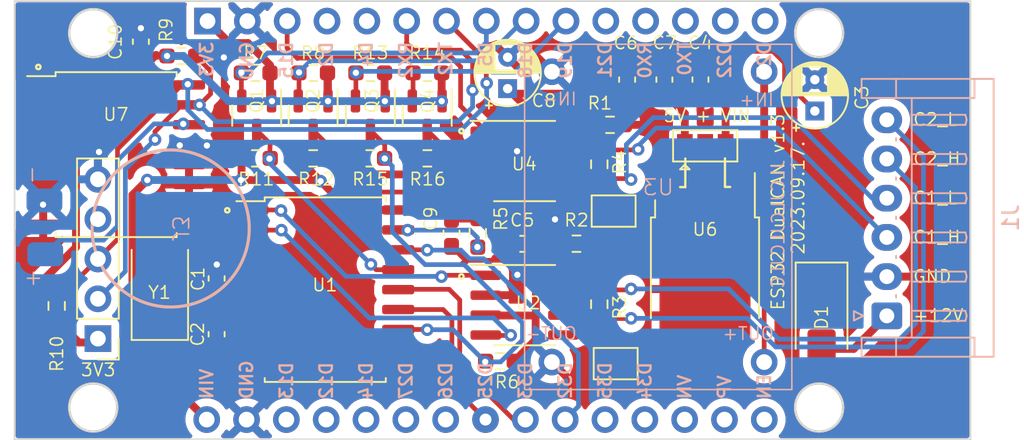
<source format=kicad_pcb>
(kicad_pcb (version 20221018) (generator pcbnew)
  (layers (0 "F.Cu" signal) (31 "B.Cu" signal) (34 "B.Paste" user) (35 "F.Paste" user) (36 "B.SilkS" user "B.Silkscreen") (37 "F.SilkS" user "F.Silkscreen") (38 "B.Mask" user) (39 "F.Mask" user) (44 "Edge.Cuts" user))
  (net 0 "")
  (net 1 "GNDD")
  (net 2 "Net-(U1-OSC2)")
  (net 3 "Net-(U1-OSC1)")
  (net 4 "5V")
  (net 5 "/MOSI")
  (net 6 "/SCK")
  (net 7 "/MISO")
  (net 8 "/+12V")
  (net 9 "/3V3")
  (net 10 "/CAN_TX")
  (net 11 "/CAN_RX")
  (net 12 "/IRQ")
  (net 13 "/+12V_D")
  (net 14 "/MISO_R")
  (net 15 "/CAN_RX_R")
  (net 16 "/IRQ_R")
  (net 17 "/CAN2_L")
  (net 18 "/CAN2_H")
  (net 19 "/CAN1_L")
  (net 20 "/CAN1_H")
  (net 21 "Net-(U1-~{RESET})")
  (net 22 "/CS_CAN")
  (net 25 "/TX2")
  (net 26 "/RX2")
  (net 31 "Net-(U1-RXCAN)")
  (net 32 "Net-(U1-TXCAN)")
  (net 50 "Net-(Q4-S)")
  (net 51 "Net-(Q4-D)")
  (net 52 "Net-(JP1-B)")
  (net 53 "Net-(JP2-B)")
  (net 54 "Net-(U4-Rs)")
  (net 55 "Net-(U2-Rs)")
  (net 56 "/VOUT")
  (net 57 "/VIN")
  (net 60 "/VBAT")
  (footprint "Capacitor_SMD:C_0603_1608Metric_Pad1.08x0.95mm_HandSolder" (layer "F.Cu") (at 129.47 133.5065 90)
    (fp_text reference "C1")
    (fp_text value "22pF")
  )
  (footprint "Capacitor_SMD:C_0603_1608Metric_Pad1.08x0.95mm_HandSolder" (layer "F.Cu") (at 129.47 137.0625 -90)
    (fp_text reference "C2")
    (fp_text value "22pF")
  )
  (footprint "Capacitor_THT:CP_Radial_D4.0mm_P2.00mm" (layer "F.Cu") (at 167.62 122.83 90)
    (fp_text reference "C3")
    (fp_text value "330nF")
  )
  (footprint "Capacitor_SMD:C_0603_1608Metric_Pad1.08x0.95mm_HandSolder" (layer "F.Cu") (at 160.325 120.825 90)
    (fp_text reference "C4")
    (fp_text value "100nF")
  )
  (footprint "Capacitor_SMD:C_0603_1608Metric_Pad1.08x0.95mm_HandSolder" (layer "F.Cu") (at 148.973 131.299)
    (fp_text reference "C5")
    (fp_text value "100nF")
  )
  (footprint "Capacitor_SMD:C_0603_1608Metric_Pad1.08x0.95mm_HandSolder" (layer "F.Cu") (at 155.65 120.825 -90)
    (fp_text reference "C6")
    (fp_text value "100nF")
  )
  (footprint "Capacitor_SMD:C_0603_1608Metric_Pad1.08x0.95mm_HandSolder" (layer "F.Cu") (at 158.025 120.825 -90)
    (fp_text reference "C7")
    (fp_text value "100nF")
  )
  (footprint "Capacitor_THT:CP_Radial_D4.0mm_P2.00mm" (layer "F.Cu") (at 148.03 121.4026 90)
    (fp_text reference "C8")
    (fp_text value "100nF")
  )
  (footprint "Resistor_SMD:R_0603_1608Metric_Pad0.98x0.95mm_HandSolder" (layer "F.Cu") (at 153.875 135.15 -90)
    (fp_text reference "R3")
    (fp_text value "120")
  )
  (footprint "Resistor_SMD:R_0603_1608Metric_Pad0.98x0.95mm_HandSolder" (layer "F.Cu") (at 153.875 126.225 -90)
    (fp_text reference "R4")
    (fp_text value "120")
  )
  (footprint "Resistor_SMD:R_0603_1608Metric_Pad0.98x0.95mm_HandSolder" (layer "F.Cu") (at 131.9625 120.3975 180)
    (fp_text reference "R7")
    (fp_text value "10K")
  )
  (footprint "Resistor_SMD:R_0603_1608Metric_Pad0.98x0.95mm_HandSolder" (layer "F.Cu") (at 135.628666 120.3975 180)
    (fp_text reference "R8")
    (fp_text value "10K")
  )
  (footprint "Resistor_SMD:R_0603_1608Metric_Pad0.98x0.95mm_HandSolder" (layer "F.Cu") (at 135.628666 125.8475)
    (fp_text reference "R12")
    (fp_text value "10K")
  )
  (footprint "Resistor_SMD:R_0603_1608Metric_Pad0.98x0.95mm_HandSolder" (layer "F.Cu") (at 139.269332 120.3975 180)
    (fp_text reference "R13")
    (fp_text value "10K")
  )
  (footprint "Resistor_SMD:R_0603_1608Metric_Pad0.98x0.95mm_HandSolder" (layer "F.Cu") (at 142.91 120.3975 180)
    (fp_text reference "R14")
    (fp_text value "10K")
  )
  (footprint "Resistor_SMD:R_0603_1608Metric_Pad0.98x0.95mm_HandSolder" (layer "F.Cu") (at 139.269332 125.8475)
    (fp_text reference "R15")
    (fp_text value "10K")
  )
  (footprint "Resistor_SMD:R_0603_1608Metric_Pad0.98x0.95mm_HandSolder" (layer "F.Cu") (at 142.91 125.8475)
    (fp_text reference "R16")
    (fp_text value "10K")
  )
  (footprint "Capacitor_SMD:C_0603_1608Metric_Pad1.08x0.95mm_HandSolder" (layer "F.Cu") (at 144.45 130.6 90)
    (fp_text reference "C9")
    (fp_text value "100nF")
  )
  (footprint "Resistor_SMD:R_0603_1608Metric_Pad0.98x0.95mm_HandSolder" (layer "F.Cu") (at 146.125 130.6 90)
    (fp_text reference "R5")
    (fp_text value "10K")
  )
  (footprint "Resistor_SMD:R_0603_1608Metric_Pad0.98x0.95mm_HandSolder" (layer "F.Cu") (at 147.54 138.78)
    (fp_text reference "R6")
    (fp_text value "10K")
  )
  (footprint "Package_TO_SOT_SMD:SOT-23" (layer "F.Cu") (at 135.625 123.1225 -90)
    (fp_text reference "Q2")
    (fp_text value "BSS138")
  )
  (footprint "Capacitor_SMD:C_0603_1608Metric_Pad1.08x0.95mm_HandSolder" (layer "F.Cu") (at 124.64 118.41 -90)
    (fp_text reference "C10")
    (fp_text value "100nF")
  )
  (footprint "Resistor_SMD:R_0603_1608Metric_Pad0.98x0.95mm_HandSolder" (layer "F.Cu") (at 152.42 131.29)
    (fp_text reference "R2")
    (fp_text value "10K")
  )
  (footprint "Diode_SMD:D_SMA" (layer "F.Cu") (at 168.05 136 -90)
    (fp_text reference "D1")
    (fp_text value "US1A")
  )
  (footprint "Package_SO:SOIC-8_3.9x4.9mm_P1.27mm" (layer "F.Cu") (at 149.11 126.02)
    (fp_text reference "U4")
    (fp_text value "MCP2551-I-SN")
  )
  (footprint "Jumper:SolderJumper-2_P1.3mm_Open_Pad1.0x1.5mm" (layer "F.Cu") (at 154.92 138.94)
    (fp_text reference "JP2" hide)
    (fp_text value "SolderJumper_2_Open")
  )
  (footprint "Connector_PinHeader_2.54mm:PinHeader_1x05_P2.54mm_Vertical" (layer "F.Cu") (at 121.9 137.345 180)
    (fp_text reference "J2" hide)
    (fp_text value "Conn_01x05_Pin")
  )
  (footprint "Package_SO:SOIC-16W_7.5x10.3mm_P1.27mm" (layer "F.Cu") (at 123.06 125.61)
    (fp_text reference "U7")
    (fp_text value "DS3231M")
  )
  (footprint "Package_TO_SOT_SMD:SOT-23" (layer "F.Cu") (at 139.275 123.1225 -90)
    (fp_text reference "Q3")
    (fp_text value "BSS138")
  )
  (footprint "Crystal:Crystal_SMD_5032-2Pin_5.0x3.2mm" (layer "F.Cu") (at 125.85 134.38 90)
    (fp_text reference "Y1")
    (fp_text value "8MHz")
  )
  (footprint "Package_TO_SOT_SMD:SOT-23" (layer "F.Cu") (at 132.025 123.1225 -90)
    (fp_text reference "Q1")
    (fp_text value "BSS138")
  )
  (footprint "Jumper:SolderJumper-2_P1.3mm_Open_Pad1.0x1.5mm" (layer "F.Cu") (at 154.79 129.21 180)
    (fp_text reference "JP1" hide)
    (fp_text value "SolderJumper_2_Open")
  )
  (footprint "Package_SO:SOIC-18W_7.5x11.6mm_P1.27mm" (layer "F.Cu") (at 136.4 134.22)
    (fp_text reference "U1")
    (fp_text value "MCP2515-xSO")
  )
  (footprint "Resistor_SMD:R_0603_1608Metric_Pad0.98x0.95mm_HandSolder" (layer "F.Cu") (at 131.975 125.8475)
    (fp_text reference "R11")
    (fp_text value "10K")
  )
  (footprint "Resistor_SMD:R_0603_1608Metric_Pad0.98x0.95mm_HandSolder" (layer "F.Cu") (at 119.27 135.26 90)
    (fp_text reference "R10")
    (fp_text value "4.7K")
  )
  (footprint "Package_SO:SOIC-8_3.9x4.9mm_P1.27mm" (layer "F.Cu") (at 149.11 135.21)
    (fp_text reference "U2")
    (fp_text value "MCP2551-I-SN")
  )
  (footprint "Jumper:SolderJumper-3_P1.3mm_Open_Pad1.0x1.5mm" (layer "F.Cu") (at 160.63 125.0475)
    (fp_text reference "JP5" hide)
    (fp_text value "SolderJumper_3_Open")
  )
  (footprint "Resistor_SMD:R_0603_1608Metric_Pad0.98x0.95mm_HandSolder" (layer "F.Cu") (at 154.56 123.71 180)
    (fp_text reference "R1")
    (fp_text value "10K")
  )
  (footprint "Package_TO_SOT_SMD:SOT-23" (layer "F.Cu") (at 142.9 123.1225 -90)
    (fp_text reference "Q4")
    (fp_text value "BSS138")
  )
  (footprint "Package_TO_SOT_SMD:TO-252-2" (layer "F.Cu") (at 160.615 132.925 -90)
    (fp_text reference "U6")
    (fp_text value "L7805")
  )
  (footprint "Resistor_SMD:R_0603_1608Metric_Pad0.98x0.95mm_HandSolder" (layer "F.Cu") (at 127.22 119.32)
    (fp_text reference "R9")
    (fp_text value "4.7K")
  )
  (footprint "Connector_JST:JST_EH_S6B-EH_1x06_P2.50mm_Horizontal" (layer "B.Cu") (at 172.212 135.89 90)
    (fp_text reference "J1")
    (fp_text value "Conn_01x06_Male")
  )
  (footprint "PSACANBridgeHW_v13:ESP32_shield" (layer "B.Cu") (at 147.6352 128.524 90)
    (fp_text reference "U5" hide)
    (fp_text value "ESP32")
  )
  (footprint "PSACANBridgeHW_v13:StepDown_MP1584_shield" (layer "B.Cu") (at 157.6336 128.1974 180)
    (fp_text reference "U3")
    (fp_text value "~")
  )
  (footprint "DS3231_BatteryHolder:DS3231_BatteryHolder" (layer "B.Cu") (at 126.6434 130.340568 90)
    (fp_text reference "J3")
    (fp_text value "Conn_01x02_Pin")
  )
  (gr_line (start 161.89 125.85) (end 161.89 127.67) (stroke (width 0.15)) (layer "F.SilkS"))
  (gr_line (start 159.36 127.68) (end 159.03 127.68) (stroke (width 0.15)) (layer "F.SilkS"))
  (gr_circle (center 145.081076 124.11) (end 145.011076 123.99) (stroke (width 0.15)) (fill none) (layer "F.SilkS"))
  (gr_circle (center 118.1 120.02) (end 118.03 119.9) (stroke (width 0.15)) (fill none) (layer "F.SilkS"))
  (gr_circle (center 130.15 129.16) (end 130.08 129.04) (stroke (width 0.15)) (fill none) (layer "F.SilkS"))
  (gr_line (start 159.36 125.86) (end 159.36 127.68) (stroke (width 0.15)) (layer "F.SilkS"))
  (gr_circle (center 145.081076 133.38) (end 145.011076 133.26) (stroke (width 0.15)) (fill none) (layer "F.SilkS"))
  (gr_line (start 161.89 127.67) (end 162.22 127.67) (stroke (width 0.15)) (layer "F.SilkS"))
  (gr_circle (center 121.6 141.737282) (end 122.616 142.880282) (stroke (width 0.15)) (fill none) (layer "Edge.Cuts"))
  (gr_circle (center 167.894 141.737282) (end 168.91 142.880282) (stroke (width 0.15)) (fill none) (layer "Edge.Cuts"))
  (gr_circle (center 167.894 117.856) (end 168.91 118.999) (stroke (width 0.15)) (fill none) (layer "Edge.Cuts"))
  (gr_line (start 177.546 115.824) (end 177.546 143.764) (stroke (width 0.1)) (layer "Edge.Cuts"))
  (gr_line (start 177.546 143.764) (end 116.586 143.764) (stroke (width 0.1)) (layer "Edge.Cuts"))
  (gr_line (start 116.586 115.824) (end 177.546 115.824) (stroke (width 0.1)) (layer "Edge.Cuts"))
  (gr_circle (center 121.6 117.861282) (end 122.616 119.004282) (stroke (width 0.15)) (fill none) (layer "Edge.Cuts"))
  (gr_line (start 116.586 143.764) (end 116.586 115.824) (stroke (width 0.1)) (layer "Edge.Cuts"))
  (gr_text "JLCJLCJLCJLC" (at 165.28 130.04 90) (layer "B.SilkS") (effects (font (size 0.8 0.8) (thickness 0.1)) (justify mirror)))
  (gr_text "C2_H" (at 175.4 125.875) (layer "F.SilkS") (effects (font (size 0.8 0.8) (thickness 0.1))))
  (gr_text "C1_L" (at 175.304762 128.3769) (layer "F.SilkS") (effects (font (size 0.8 0.8) (thickness 0.1))))
  (gr_text "C1_H" (at 175.4 130.8788) (layer "F.SilkS") (effects (font (size 0.8 0.8) (thickness 0.1))))
  (gr_text "GND" (at 175.114285 133.3807) (layer "F.SilkS") (effects (font (size 0.8 0.8) (thickness 0.1))))
  (gr_text "+12V" (at 175.495238 135.8826) (layer "F.SilkS") (effects (font (size 0.8 0.8) (thickness 0.1))))
  (gr_text "3V3" (at 120.75 139.81) (layer "F.SilkS") (effects (font (size 0.8 0.8) (thickness 0.1)) (justify left bottom)))
  (gr_text "ESP32 DualCAN v1.3\n   2023.09.17." (at 165.91 129.27 90) (layer "F.SilkS") (effects (font (size 0.8 0.8) (thickness 0.1))))
  (gr_text "C2_L" (at 175.304762 123.3731) (layer "F.SilkS") (effects (font (size 0.8 0.8) (thickness 0.1))))
  (gr_text "5V + VIN" (at 157.9 123.6) (layer "F.SilkS") (effects (font (size 0.8 0.8) (thickness 0.1)) (justify left bottom)))
  (segment (start 147.0595 132.35) (end 148.1105 131.299) (width 0.3) (layer "F.Cu") (net 1))
  (segment (start 144.45 131.4625) (end 145.3375 132.35) (width 0.3) (layer "F.Cu") (net 1))
  (segment (start 145.3375 132.35) (end 147.0595 132.35) (width 0.3) (layer "F.Cu") (net 1))
  (segment (start 121.95 125.46) (end 121.97 125.44) (width 0.3) (layer "F.Cu") (net 1))
  (via (at 118.4 128.8) (size 0.8) (drill 0.4) (layers "F.Cu" "B.Cu") (net 1))
  (via (at 121.97 125.44) (size 0.8) (drill 0.4) (layers "F.Cu" "B.Cu") (net 1))
  (via (at 127.12 125.02) (size 0.8) (drill 0.4) (layers "F.Cu" "B.Cu") (net 1))
  (via (at 128.8495 125.029568) (size 0.8) (drill 0.4) (layers "F.Cu" "B.Cu") (net 1))
  (via (at 124.64 117.5475) (size 0.8) (drill 0.4) (layers "F.Cu" "B.Cu") (net 1))
  (via (at 148.65 133.275) (size 0.8) (drill 0.4) (layers "F.Cu" "B.Cu") (net 1))
  (via (at 151.05 129.74) (size 0.8) (drill 0.4) (layers "F.Cu" "B.Cu") (net 1))
  (via (at 148.63 125.39) (size 0.8) (drill 0.4) (layers "F.Cu" "B.Cu") (net 1))
  (via (at 129.93 119.41) (size 0.8) (drill 0.4) (layers "F.Cu" "B.Cu") (net 1))
  (via (at 129.48 132.62) (size 0.8) (drill 0.4) (layers "F.Cu" "B.Cu") (net 1))
  (segment (start 130.13 118.394) (end 131.43 117.094) (width 0.3) (layer "B.Cu") (net 1))
  (segment (start 124.64 117.5475) (end 125.4865 118.394) (width 0.3) (layer "B.Cu") (net 1))
  (segment (start 125.4865 118.394) (end 130.13 118.394) (width 0.3) (layer "B.Cu") (net 1))
  (segment (start 130.33 135.802107) (end 130.33 135.229) (width 0.3) (layer "F.Cu") (net 2))
  (segment (start 130.33 135.229) (end 129.47 134.369) (width 0.3) (layer "F.Cu") (net 2))
  (segment (start 127.631 132.53) (end 125.85 132.53) (width 0.3) (layer "F.Cu") (net 2))
  (segment (start 131.75 136.76) (end 131.287893 136.76) (width 0.3) (layer "F.Cu") (net 2))
  (segment (start 129.47 134.369) (end 127.631 132.53) (width 0.3) (layer "F.Cu") (net 2))
  (segment (start 131.287893 136.76) (end 130.33 135.802107) (width 0.3) (layer "F.Cu") (net 2))
  (segment (start 129.285 134.3285) (end 129.285 134.757107) (width 0.3) (layer "F.Cu") (net 2))
  (segment (start 129.285 136.1595) (end 129.2145 136.23) (width 0.3) (layer "F.Cu") (net 3))
  (segment (start 131.1555 138.03) (end 131.75 138.03) (width 0.3) (layer "F.Cu") (net 3))
  (segment (start 131.287893 138.03) (end 129.47 136.212107) (width 0.3) (layer "F.Cu") (net 3))
  (segment (start 131.75 138.03) (end 131.287893 138.03) (width 0.3) (layer "F.Cu") (net 3))
  (segment (start 129.47 136.212107) (end 129.47 136.2) (width 0.3) (layer "F.Cu") (net 3))
  (segment (start 129.44 136.23) (end 125.85 136.23) (width 0.3) (layer "F.Cu") (net 3))
  (segment (start 129.47 136.2) (end 129.44 136.23) (width 0.3) (layer "F.Cu") (net 3))
  (segment (start 128.8392 142.506686) (end 124.1 137.767486) (width 0.5) (layer "F.Cu") (net 4))
  (segment (start 137.94 129.14) (end 136.1 127.3) (width 0.5) (layer "F.Cu") (net 4))
  (segment (start 146.125 129.6875) (end 144.5 129.6875) (width 0.5) (layer "F.Cu") (net 4))
  (segment (start 146.625 135.871) (end 149.8145 135.871) (width 0.5) (layer "F.Cu") (net 4))
  (segment (start 149.8145 135.871) (end 149.8355 135.85) (width 0.5) (layer "F.Cu") (net 4))
  (segment (start 149.829 123.2016) (end 148.03 121.4026) (width 0.5) (layer "F.Cu") (net 4))
  (segment (start 149.8145 137.418) (end 149.8145 135.871) (width 0.5) (layer "F.Cu") (net 4))
  (segment (start 146.4175 126.8725) (end 142.29 126.8725) (width 0.5) (layer "F.Cu") (net 4))
  (segment (start 131.0625 127.1875) (end 131.0625 125.8475) (width 0.5) (layer "F.Cu") (net 4))
  (segment (start 158.395 125.9825) (end 159.33 125.0475) (width 0.5) (layer "F.Cu") (net 4))
  (segment (start 142.29 126.8725) (end 139.381832 126.8725) (width 0.5) (layer "F.Cu") (net 4))
  (segment (start 136.03 127.23) (end 136.1 127.3) (width 0.5) (layer "F.Cu") (net 4))
  (segment (start 124.1 128.18) (end 125.05 127.23) (width 0.5) (layer "F.Cu") (net 4))
  (segment (start 148.4525 138.78) (end 149.8145 137.418) (width 0.5) (layer "F.Cu") (net 4))
  (segment (start 155.65 121.6875) (end 155.6141 121.7234) (width 0.5) (layer "F.Cu") (net 4))
  (segment (start 139.381832 126.8725) (end 138.356832 125.8475) (width 0.5) (layer "F.Cu") (net 4))
  (segment (start 155.6141 121.7234) (end 148.3508 121.7234) (width 0.5) (layer "F.Cu") (net 4))
  (segment (start 149.8355 129.75) (end 149.8355 131.299) (width 0.5) (layer "F.Cu") (net 4))
  (segment (start 141.9975 126.58) (end 142.29 126.8725) (width 0.5) (layer "F.Cu") (net 4))
  (segment (start 159.33 125.0475) (end 159.33 122.9925) (width 0.5) (layer "F.Cu") (net 4))
  (segment (start 134.716166 125.8475) (end 134.716166 125.916166) (width 0.5) (layer "F.Cu") (net 4))
  (segment (start 144.5 129.6875) (end 144.45 129.7375) (width 0.5) (layer "F.Cu") (net 4))
  (segment (start 149.8355 131.299) (end 149.8355 135.85) (width 0.5) (layer "F.Cu") (net 4))
  (segment (start 149.814 126.655) (end 149.829 126.64) (width 0.5) (layer "F.Cu") (net 4))
  (segment (start 146.1875 129.75) (end 146.125 129.6875) (width 0.5) (layer "F.Cu") (net 4))
  (segment (start 141.05 129.14) (end 137.94 129.14) (width 0.5) (layer "F.Cu") (net 4))
  (segment (start 124.1 137.767486) (end 124.1 128.18) (width 0.5) (layer "F.Cu") (net 4))
  (segment (start 158.025 121.6875) (end 155.65 121.6875) (width 0.5) (layer "F.Cu") (net 4))
  (segment (start 149.829 129.2435) (end 149.829 126.64) (width 0.5) (layer "F.Cu") (net 4))
  (segment (start 134.716166 125.916166) (end 136.1 127.3) (width 0.5) (layer "F.Cu") (net 4))
  (segment (start 131.02 127.23) (end 136.03 127.23) (width 0.5) (layer "F.Cu") (net 4))
  (segment (start 149.8355 129.75) (end 146.1875 129.75) (width 0.5) (layer "F.Cu") (net 4))
  (segment (start 141.9975 125.8475) (end 141.9975 126.58) (width 0.5) (layer "F.Cu") (net 4))
  (segment (start 159.33 122.9925) (end 158.025 121.6875) (width 0.5) (layer "F.Cu") (net 4))
  (segment (start 148.3508 121.7234) (end 148.03 121.4026) (width 0.5) (layer "F.Cu") (net 4))
  (segment (start 146.635 126.655) (end 146.4175 126.8725) (width 0.5) (layer "F.Cu") (net 4))
  (segment (start 158.395 127.7) (end 158.395 125.9825) (width 0.5) (layer "F.Cu") (net 4))
  (segment (start 131.02 127.23) (end 131.0625 127.1875) (width 0.5) (layer "F.Cu") (net 4))
  (segment (start 141.05 129.14) (end 143.8525 129.14) (width 0.5) (layer "F.Cu") (net 4))
  (segment (start 145.930051 126.727) (end 146.625 126.727) (width 0.5) (layer "F.Cu") (net 4))
  (segment (start 146.635 126.655) (end 149.814 126.655) (width 0.5) (layer "F.Cu") (net 4))
  (segment (start 149.829 126.64) (end 149.829 123.2016) (width 0.5) (layer "F.Cu") (net 4))
  (segment (start 143.8525 129.14) (end 144.45 129.7375) (width 0.5) (layer "F.Cu") (net 4))
  (segment (start 149.8355 129.25) (end 149.8355 129.75) (width 0.5) (layer "F.Cu") (net 4))
  (segment (start 149.829 129.2435) (end 149.8355 129.25) (width 0.5) (layer "F.Cu") (net 4))
  (via (at 136.1 127.3) (size 0.8) (drill 0.4) (layers "F.Cu" "B.Cu") (net 4))
  (via (at 131.02 127.23) (size 0.8) (drill 0.4) (layers "F.Cu" "B.Cu") (net 4))
  (via (at 125.05 127.23) (size 0.8) (drill 0.4) (layers "F.Cu" "B.Cu") (net 4))
  (segment (start 131.02 127.23) (end 125.05 127.23) (width 0.5) (layer "B.Cu") (net 4))
  (segment (start 136.1 127.3) (end 136.075 127.325) (width 0.5) (layer "B.Cu") (net 4))
  (segment (start 149.1592 142.506686) (end 148.406836 142.506686) (width 0.3) (layer "F.Cu") (net 5))
  (segment (start 141.07 134.2) (end 141.05 134.22) (width 0.3) (layer "F.Cu") (net 5))
  (segment (start 144.3 134.2) (end 141.07 134.2) (width 0.3) (layer "F.Cu") (net 5))
  (segment (start 144.975 134.875) (end 144.3 134.2) (width 0.3) (layer "F.Cu") (net 5))
  (segment (start 144.975 139.07485) (end 144.975 134.875) (width 0.3) (layer "F.Cu") (net 5))
  (segment (start 148.406836 142.506686) (end 144.975 139.07485) (width 0.3) (layer "F.Cu") (net 5))
  (segment (start 144.475 136.05) (end 144.475 140.362486) (width 0.3) (layer "F.Cu") (net 6))
  (segment (start 141.05 135.49) (end 143.915 135.49) (width 0.3) (layer "F.Cu") (net 6))
  (segment (start 144.475 140.362486) (end 146.6192 142.506686) (width 0.3) (layer "F.Cu") (net 6))
  (segment (start 143.915 135.49) (end 144.475 136.05) (width 0.3) (layer "F.Cu") (net 6))
  (segment (start 132.8875 124.9225) (end 132.025 124.06) (width 0.3) (layer "F.Cu") (net 7))
  (segment (start 132.84 125.87) (end 132.8875 124.9225) (width 0.3) (layer "F.Cu") (net 7))
  (segment (start 132.8875 125.8475) (end 132.84 125.87) (width 0.3) (layer "F.Cu") (net 7))
  (segment (start 139.65 132.95) (end 139.31 132.61) (width 0.3) (layer "F.Cu") (net 7))
  (segment (start 141.05 132.95) (end 139.65 132.95) (width 0.3) (layer "F.Cu") (net 7))
  (via (at 139.31 132.61) (size 0.8) (drill 0.4) (layers "F.Cu" "B.Cu") (net 7))
  (via (at 132.84 125.87) (size 0.8) (drill 0.4) (layers "F.Cu" "B.Cu") (net 7))
  (segment (start 139.31 132.61) (end 132.84 126.14) (width 0.3) (layer "B.Cu") (net 7))
  (segment (start 132.84 126.14) (end 132.84 125.87) (width 0.3) (layer "B.Cu") (net 7))
  (segment (start 172.212 135.89) (end 170.102 138) (width 0.5) (layer "F.Cu") (net 8))
  (segment (start 170.102 138) (end 168.05 138) (width 0.5) (layer "F.Cu") (net 8))
  (segment (start 121.95 137.59) (end 120.6875 137.59) (width 0.5) (layer "F.Cu") (net 9))
  (segment (start 118.41 124.975) (end 120.525 124.975) (width 0.5) (layer "F.Cu") (net 9))
  (segment (start 136.57 120.373167) (end 136.57 122.126833) (width 0.5) (layer "F.Cu") (net 9))
  (segment (start 125.6575 119.3) (end 125.61 119.2525) (width 0.5) (layer "F.Cu") (net 9))
  (segment (start 120.5 125.05) (end 120.55 125) (width 0.5) (layer "F.Cu") (net 9))
  (segment (start 132.875 120.3975) (end 132.875 122.075) (width 0.5) (layer "F.Cu") (net 9))
  (segment (start 120.5 131.516307) (end 120.5 125.05) (width 0.5) (layer "F.Cu") (net 9))
  (segment (start 119.27 136.1725) (end 118.245 135.1475) (width 0.5) (layer "F.Cu") (net 9))
  (segment (start 130.29 118.494) (end 131.469 118.494) (width 0.5) (layer "F.Cu") (net 9))
  (segment (start 125.61 119.2525) (end 122.59625 122.26625) (width 0.5) (layer "F.Cu") (net 9))
  (segment (start 118.41 122.435) (end 122.4275 122.435) (width 0.5) (layer "F.Cu") (net 9))
  (segment (start 143.8225 120.3975) (end 143.8225 122.1575) (width 0.5) (layer "F.Cu") (net 9))
  (segment (start 118.245 135.1475) (end 118.245 133.771307) (width 0.5) (layer "F.Cu") (net 9))
  (segment (start 118.245 133.771307) (end 120.5 131.516307) (width 0.5) (layer "F.Cu") (net 9))
  (segment (start 128.89 117.094) (end 130.29 118.494) (width 0.5) (layer "F.Cu") (net 9))
  (segment (start 136.541166 120.3975) (end 136.541166 122.151166) (width 0.5) (layer "F.Cu") (net 9))
  (segment (start 140.181832 120.3975) (end 140.181832 122.181832) (width 0.5) (layer "F.Cu") (net 9))
  (segment (start 126.2875 119.3) (end 125.6575 119.3) (width 0.5) (layer "F.Cu") (net 9))
  (segment (start 132.875 119.9) (end 131.469 118.494) (width 0.5) (layer "F.Cu") (net 9))
  (segment (start 136.541166 122.151166) (end 136.575 122.185) (width 0.5) (layer "F.Cu") (net 9))
  (segment (start 120.55 125) (end 120.55 124.3125) (width 0.5) (layer "F.Cu") (net 9))
  (segment (start 132.875 120.3975) (end 132.875 119.9) (width 0.5) (layer "F.Cu") (net 9))
  (segment (start 122.4275 122.435) (end 122.59625 122.26625) (width 0.5) (layer "F.Cu") (net 9))
  (segment (start 143.8225 122.1575) (end 143.85 122.185) (width 0.5) (layer "F.Cu") (net 9))
  (segment (start 126.3075 119.32) (end 126.2875 119.3) (width 0.5) (layer "F.Cu") (net 9))
  (segment (start 120.525 124.975) (end 120.55 125) (width 0.5) (layer "F.Cu") (net 9))
  (segment (start 132.875 122.075) (end 133 122.2) (width 0.5) (layer "F.Cu") (net 9))
  (segment (start 140.181832 122.181832) (end 140.2 122.2) (width 0.5) (layer "F.Cu") (net 9))
  (segment (start 120.6875 137.59) (end 119.27 136.1725) (width 0.5) (layer "F.Cu") (net 9))
  (segment (start 120.55 124.3125) (end 122.59625 122.26625) (width 0.5) (layer "F.Cu") (net 9))
  (via (at 140.2 122.2) (size 0.8) (drill 0.4) (layers "F.Cu" "B.Cu") (net 9))
  (via (at 143.825 122.2) (size 0.8) (drill 0.4) (layers "F.Cu" "B.Cu") (net 9))
  (via (at 136.575 122.2) (size 0.8) (drill 0.4) (layers "F.Cu" "B.Cu") (net 9))
  (via (at 133 122.2) (size 0.8) (drill 0.4) (layers "F.Cu" "B.Cu") (net 9))
  (via (at 126.3075 119.32) (size 0.8) (drill 0.4) (layers "F.Cu" "B.Cu") (net 9))
  (segment (start 126.3075 119.32) (end 127.36 119.32) (width 0.5) (layer "B.Cu") (net 9))
  (segment (start 127.36 119.32) (end 130.24 122.2) (width 0.5) (layer "B.Cu") (net 9))
  (segment (start 136.575 122.2) (end 133 122.2) (width 0.5) (layer "B.Cu") (net 9))
  (segment (start 130.24 122.2) (end 133 122.2) (width 0.5) (layer "B.Cu") (net 9))
  (segment (start 143.825 122.2) (end 140.2 122.2) (width 0.5) (layer "B.Cu") (net 9))
  (segment (start 140.2 122.2) (end 136.575 122.2) (width 0.5) (layer "B.Cu") (net 9))
  (segment (start 144.48 119.45) (end 134.65 119.45) (width 0.3) (layer "F.Cu") (net 10))
  (segment (start 133.97 118.82) (end 133.97 117.094) (width 0.3) (layer "F.Cu") (net 10))
  (segment (start 134.65 119.45) (end 134.625 119.475) (width 0.3) (layer "F.Cu") (net 10))
  (segment (start 145.028964 122.508964) (end 145.028964 119.998964) (width 0.3) (layer "F.Cu") (net 10))
  (segment (start 146.635 124.115) (end 145.028964 122.508964) (width 0.3) (layer "F.Cu") (net 10))
  (segment (start 145.028964 119.998964) (end 144.48 119.45) (width 0.3) (layer "F.Cu") (net 10))
  (segment (start 134.625 119.475) (end 133.97 118.82) (width 0.3) (layer "F.Cu") (net 10))
  (segment (start 133.97 117.094) (end 133.97 117.172894) (width 0.3) (layer "B.Cu") (net 10))
  (segment (start 146.625 127.997) (end 138.690666 127.997) (width 0.3) (layer "F.Cu") (net 11))
  (segment (start 136.541166 125.8475) (end 136.541166 124.976166) (width 0.3) (layer "F.Cu") (net 11))
  (segment (start 136.541166 124.976166) (end 135.625 124.06) (width 0.3) (layer "F.Cu") (net 11))
  (segment (start 138.690666 127.997) (end 136.541166 125.8475) (width 0.3) (layer "F.Cu") (net 11))
  (segment (start 142.885 136.76) (end 142.9 136.775) (width 0.3) (layer "F.Cu") (net 12))
  (segment (start 141.05 136.76) (end 142.885 136.76) (width 0.3) (layer "F.Cu") (net 12))
  (segment (start 140.19 124.975) (end 139.275 124.06) (width 0.3) (layer "F.Cu") (net 12))
  (segment (start 140.19 125.86) (end 140.19 124.975) (width 0.3) (layer "F.Cu") (net 12))
  (via (at 146.6 138.825) (size 0.8) (drill 0.4) (layers "F.Cu" "B.Cu") (net 12))
  (via (at 140.19 125.86) (size 0.8) (drill 0.4) (layers "F.Cu" "B.Cu") (net 12))
  (via (at 142.9 136.775) (size 0.8) (drill 0.4) (layers "F.Cu" "B.Cu") (net 12))
  (segment (start 148.975 137.435661) (end 147.585661 138.825) (width 0.3) (layer "B.Cu") (net 12))
  (segment (start 140.675 130.535661) (end 140.675 126.345) (width 0.3) (layer "B.Cu") (net 12))
  (segment (start 146.6 138.825) (end 144.55 136.775) (width 0.3) (layer "B.Cu") (net 12))
  (segment (start 145.260661 132.625) (end 148.975 136.339339) (width 0.3) (layer "B.Cu") (net 12))
  (segment (start 147.585661 138.825) (end 146.6 138.825) (width 0.3) (layer "B.Cu") (net 12))
  (segment (start 140.675 126.345) (end 140.238222 125.908222) (width 0.3) (layer "B.Cu") (net 12))
  (segment (start 142.764339 132.625) (end 145.260661 132.625) (width 0.3) (layer "B.Cu") (net 12))
  (segment (start 148.975 136.339339) (end 148.975 137.435661) (width 0.3) (layer "B.Cu") (net 12))
  (segment (start 144.55 136.775) (end 142.9 136.775) (width 0.3) (layer "B.Cu") (net 12))
  (segment (start 140.675 130.535661) (end 142.764339 132.625) (width 0.3) (layer "B.Cu") (net 12))
  (segment (start 168.05 133.58505) (end 168.05 134) (width 0.5) (layer "F.Cu") (net 13))
  (segment (start 164.39 129.92505) (end 168.05 133.58505) (width 0.5) (layer "F.Cu") (net 13))
  (segment (start 164.39 120.3234) (end 164.39 129.92505) (width 0.5) (layer "F.Cu") (net 13))
  (segment (start 131.05 120.38) (end 131.05 122.16) (width 0.3) (layer "F.Cu") (net 14))
  (segment (start 131.05 122.16) (end 131.075 122.185) (width 0.3) (layer "F.Cu") (net 14))
  (via (at 131.05 120.38) (size 0.8) (drill 0.4) (layers "F.Cu" "B.Cu") (net 14))
  (segment (start 132.725 119.125) (end 146 119.125) (width 0.3) (layer "B.Cu") (net 14))
  (segment (start 146 119.125) (end 146.67 118.455) (width 0.3) (layer "B.Cu") (net 14))
  (segment (start 146.67 118.455) (end 146.67 117.094) (width 0.3) (layer "B.Cu") (net 14))
  (segment (start 131.47 120.38) (end 132.725 119.125) (width 0.3) (layer "B.Cu") (net 14))
  (segment (start 131.05 120.38) (end 131.47 120.38) (width 0.3) (layer "B.Cu") (net 14))
  (segment (start 134.725 122.135) (end 134.675 122.185) (width 0.3) (layer "F.Cu") (net 15))
  (segment (start 134.725 120.365) (end 134.725 122.135) (width 0.3) (layer "F.Cu") (net 15))
  (via (at 134.725 120.365) (size 0.8) (drill 0.4) (layers "F.Cu" "B.Cu") (net 15))
  (segment (start 134.725 120.365) (end 135.465 119.625) (width 0.3) (layer "B.Cu") (net 15))
  (segment (start 148.995097 117.094) (end 149.21 117.094) (width 0.3) (layer "B.Cu") (net 15))
  (segment (start 135.465 119.625) (end 146.464097 119.625) (width 0.3) (layer "B.Cu") (net 15))
  (segment (start 146.464097 119.625) (end 148.995097 117.094) (width 0.3) (layer "B.Cu") (net 15))
  (segment (start 138.35 120.39) (end 138.35 122.16) (width 0.3) (layer "F.Cu") (net 16))
  (segment (start 138.35 122.16) (end 138.325 122.185) (width 0.3) (layer "F.Cu") (net 16))
  (via (at 138.35 120.39) (size 0.8) (drill 0.4) (layers "F.Cu" "B.Cu") (net 16))
  (segment (start 148.4914 120.3526) (end 147.053261 120.3526) (width 0.3) (layer "B.Cu") (net 16))
  (segment (start 148.4914 120.3526) (end 151.75 117.094) (width 0.3) (layer "B.Cu") (net 16))
  (segment (start 138.44 120.3) (end 138.35 120.39) (width 0.3) (layer "B.Cu") (net 16))
  (segment (start 147.000661 120.3) (end 138.44 120.3) (width 0.3) (layer "B.Cu") (net 16))
  (segment (start 147.053261 120.3526) (end 147.000661 120.3) (width 0.3) (layer "B.Cu") (net 16))
  (segment (start 153.875 136.0625) (end 155.8875 136.0625) (width 0.3) (layer "F.Cu") (net 17))
  (segment (start 155.8875 136.0625) (end 155.9 136.05) (width 0.3) (layer "F.Cu") (net 17))
  (segment (start 151.575 135.871) (end 153.6835 135.871) (width 0.3) (layer "F.Cu") (net 17))
  (segment (start 153.6835 135.871) (end 153.875 136.0625) (width 0.3) (layer "F.Cu") (net 17))
  (via (at 155.9 136.05) (size 0.8) (drill 0.4) (layers "F.Cu" "B.Cu") (net 17))
  (segment (start 174.55 136.875) (end 173.55 137.875) (width 0.3) (layer "B.Cu") (net 17))
  (segment (start 172.212 123.39) (end 174.55 125.728) (width 0.3) (layer "B.Cu") (net 17))
  (segment (start 174.55 125.728) (end 174.55 136.875) (width 0.3) (layer "B.Cu") (net 17))
  (segment (start 173.55 137.875) (end 165.122057 137.875) (width 0.3) (layer "B.Cu") (net 17))
  (segment (start 165.122057 137.875) (end 163.297057 136.05) (width 0.3) (layer "B.Cu") (net 17))
  (segment (start 163.297057 136.05) (end 155.9 136.05) (width 0.3) (layer "B.Cu") (net 17))
  (segment (start 151.575 134.601) (end 153.5115 134.601) (width 0.3) (layer "F.Cu") (net 18))
  (segment (start 155.8375 134.2375) (end 155.9 134.175) (width 0.3) (layer "F.Cu") (net 18))
  (segment (start 153.5115 134.601) (end 153.875 134.2375) (width 0.3) (layer "F.Cu") (net 18))
  (segment (start 153.875 134.2375) (end 155.8375 134.2375) (width 0.3) (layer "F.Cu") (net 18))
  (via (at 155.9 134.175) (size 0.8) (drill 0.4) (layers "F.Cu" "B.Cu") (net 18))
  (segment (start 165.329163 137.375) (end 162.129163 134.175) (width 0.3) (layer "B.Cu") (net 18))
  (segment (start 173.041949 137.375) (end 165.329163 137.375) (width 0.3) (layer "B.Cu") (net 18))
  (segment (start 174.05 127.728) (end 174.05 136.366949) (width 0.3) (layer "B.Cu") (net 18))
  (segment (start 162.129163 134.175) (end 155.9 134.175) (width 0.3) (layer "B.Cu") (net 18))
  (segment (start 172.212 125.89) (end 174.05 127.728) (width 0.3) (layer "B.Cu") (net 18))
  (segment (start 174.05 136.366949) (end 173.041949 137.375) (width 0.3) (layer "B.Cu") (net 18))
  (segment (start 153.4645 126.727) (end 153.875 127.1375) (width 0.3) (layer "F.Cu") (net 19))
  (segment (start 155.8375 127.1375) (end 155.9 127.2) (width 0.3) (layer "F.Cu") (net 19))
  (segment (start 153.875 127.1375) (end 155.8375 127.1375) (width 0.3) (layer "F.Cu") (net 19))
  (segment (start 151.575 126.727) (end 153.4645 126.727) (width 0.3) (layer "F.Cu") (net 19))
  (via (at 155.9 127.2) (size 0.8) (drill 0.4) (layers "F.Cu" "B.Cu") (net 19))
  (segment (start 157.314339 123.25) (end 166.14 123.25) (width 0.3) (layer "B.Cu") (net 19))
  (segment (start 155.6 126.9) (end 155.9 127.2) (width 0.3) (layer "B.Cu") (net 19))
  (segment (start 155.6 124.964339) (end 155.6 126.9) (width 0.3) (layer "B.Cu") (net 19))
  (segment (start 166.14 123.25) (end 171.28 128.39) (width 0.3) (layer "B.Cu") (net 19))
  (segment (start 171.28 128.39) (end 172.212 128.39) (width 0.3) (layer "B.Cu") (net 19))
  (segment (start 157.314339 123.25) (end 155.6 124.964339) (width 0.3) (layer "B.Cu") (net 19))
  (segment (start 151.7195 125.3125) (end 151.575 125.457) (width 0.3) (layer "F.Cu") (net 20))
  (segment (start 156.3125 125.3125) (end 156.35 125.275) (width 0.3) (layer "F.Cu") (net 20))
  (segment (start 153.875 125.3125) (end 151.7195 125.3125) (width 0.3) (layer "F.Cu") (net 20))
  (segment (start 153.875 125.3125) (end 156.3125 125.3125) (width 0.3) (layer "F.Cu") (net 20))
  (via (at 156.35 125.275) (size 0.8) (drill 0.4) (layers "F.Cu" "B.Cu") (net 20))
  (segment (start 156.35 125.055973) (end 156.35 125.275) (width 0.3) (layer "B.Cu") (net 20))
  (segment (start 157.492973 123.913) (end 156.35 125.055973) (width 0.3) (layer "B.Cu") (net 20))
  (segment (start 172.212 130.89) (end 165.235 123.913) (width 0.3) (layer "B.Cu") (net 20))
  (segment (start 165.235 123.913) (end 157.492973 123.913) (width 0.3) (layer "B.Cu") (net 20))
  (via (at 146.1 131.5) (size 0.8) (drill 0.4) (layers "F.Cu" "B.Cu") (net 21))
  (via (at 141.65 130.425) (size 0.8) (drill 0.4) (layers "F.Cu" "B.Cu") (net 21))
  (segment (start 146.1 131.5) (end 146.1 130.9) (width 0.3) (layer "B.Cu") (net 21))
  (segment (start 145.625 130.425) (end 141.65 130.425) (width 0.3) (layer "B.Cu") (net 21))
  (segment (start 146.1 130.9) (end 145.625 130.425) (width 0.3) (layer "B.Cu") (net 21))
  (segment (start 141.05 131.68) (end 142.88 131.68) (width 0.3) (layer "F.Cu") (net 22))
  (segment (start 142.88 131.68) (end 142.9 131.7) (width 0.3) (layer "F.Cu") (net 22))
  (via (at 142.9 131.7) (size 0.8) (drill 0.4) (layers "F.Cu" "B.Cu") (net 22))
  (segment (start 152.5492 141.656686) (end 152.5492 138.2992) (width 0.3) (layer "B.Cu") (net 22))
  (segment (start 142.9 131.7) (end 145.042767 131.7) (width 0.3) (layer "B.Cu") (net 22))
  (segment (start 145.592767 132.25) (end 145.042767 131.7) (width 0.3) (layer "B.Cu") (net 22))
  (segment (start 151.6992 142.506686) (end 152.5492 141.656686) (width 0.3) (layer "B.Cu") (net 22))
  (segment (start 146.5 132.25) (end 145.592767 132.25) (width 0.3) (layer "B.Cu") (net 22))
  (segment (start 152.5492 138.2992) (end 146.5 132.25) (width 0.3) (layer "B.Cu") (net 22))
  (segment (start 127.71 121.165) (end 127.675 121.165) (width 0.3) (layer "F.Cu") (net 25))
  (segment (start 123.15 125.262892) (end 123.15 131.015) (width 0.3) (layer "F.Cu") (net 25))
  (segment (start 127.675 121.165) (end 127.63 121.12) (width 0.3) (layer "F.Cu") (net 25))
  (segment (start 119.8175 134.3475) (end 121.9 132.265) (width 0.3) (layer "F.Cu") (net 25))
  (segment (start 127.247893 121.165) (end 123.15 125.262892) (width 0.3) (layer "F.Cu") (net 25))
  (segment (start 127.585 121.165) (end 127.247893 121.165) (width 0.3) (layer "F.Cu") (net 25))
  (segment (start 127.71 121.165) (end 127.247893 121.165) (width 0.3) (layer "F.Cu") (net 25))
  (segment (start 127.63 121.12) (end 127.585 121.165) (width 0.3) (layer "F.Cu") (net 25))
  (segment (start 144.13 117.094) (end 146.67 119.634) (width 0.3) (layer "F.Cu") (net 25))
  (segment (start 119.27 134.3475) (end 119.8175 134.3475) (width 0.3) (layer "F.Cu") (net 25))
  (segment (start 123.15 131.015) (end 121.9 132.265) (width 0.3) (layer "F.Cu") (net 25))
  (segment (start 146.67 119.634) (end 146.67 121.18) (width 0.3) (layer "F.Cu") (net 25))
  (via (at 146.69 121.05) (size 0.8) (drill 0.4) (layers "F.Cu" "B.Cu") (net 25))
  (via (at 127.63 121.12) (size 0.8) (drill 0.4) (layers "F.Cu" "B.Cu") (net 25))
  (segment (start 146.67 121.18) (end 146.75 121.26) (width 0.3) (layer "B.Cu") (net 25))
  (segment (start 127.63 121.12) (end 127.63 122.750661) (width 0.3) (layer "B.Cu") (net 25))
  (segment (start 146.69 122.41) (end 146.69 121.05) (width 0.3) (layer "B.Cu") (net 25))
  (segment (start 128.884339 124.005) (end 145.095 124.005) (width 0.3) (layer "B.Cu") (net 25))
  (segment (start 145.095 124.005) (end 146.69 122.41) (width 0.3) (layer "B.Cu") (net 25))
  (segment (start 127.63 122.750661) (end 128.884339 124.005) (width 0.3) (layer "B.Cu") (net 25))
  (segment (start 127.247893 122.435) (end 127.71 122.435) (width 0.3) (layer "F.Cu") (net 26))
  (segment (start 129.085 121.735) (end 129.085 120.2725) (width 0.3) (layer "F.Cu") (net 26))
  (segment (start 145.039378 118.95) (end 142.025 118.95) (width 0.3) (layer "F.Cu") (net 26))
  (segment (start 125.54 124.65) (end 125.54 124.142893) (width 0.3) (layer "F.Cu") (net 26))
  (segment (start 141.575 118.5) (end 141.59 118.485) (width 0.3) (layer "F.Cu") (net 26))
  (segment (start 145.039378 118.95) (end 145.796018 119.70664) (width 0.3) (layer "F.Cu") (net 26))
  (segment (start 141.59 118.485) (end 141.59 117.094) (width 0.3) (layer "F.Cu") (net 26))
  (segment (start 145.796018 119.70664) (end 145.796018 121.496991) (width 0.3) (layer "F.Cu") (net 26))
  (segment (start 129.085 120.2725) (end 128.1325 119.32) (width 0.3) (layer "F.Cu") (net 26))
  (segment (start 125.54 124.142893) (end 127.247893 122.435) (width 0.3) (layer "F.Cu") (net 26))
  (segment (start 128.38 122.44) (end 129.085 121.735) (width 0.3) (layer "F.Cu") (net 26))
  (segment (start 142.025 118.95) (end 141.575 118.5) (width 0.3) (layer "F.Cu") (net 26))
  (via (at 125.54 124.65) (size 0.8) (drill 0.4) (layers "F.Cu" "B.Cu") (net 26))
  (via (at 128.38 122.44) (size 0.8) (drill 0.4) (layers "F.Cu" "B.Cu") (net 26))
  (via (at 145.796018 121.496991) (size 0.8) (drill 0.4) (layers "F.Cu" "B.Cu") (net 26))
  (segment (start 145.796018 121.496991) (end 145.796018 122.578982) (width 0.3) (layer "B.Cu") (net 26))
  (segment (start 144.87 123.505) (end 129.445 123.505) (width 0.3) (layer "B.Cu") (net 26))
  (segment (start 125.54 124.65) (end 123.65 126.54) (width 0.3) (layer "B.Cu") (net 26))
  (segment (start 123.65 133.055) (end 121.9 134.805) (width 0.3) (layer "B.Cu") (net 26))
  (segment (start 145.796018 122.578982) (end 144.87 123.505) (width 0.3) (layer "B.Cu") (net 26))
  (segment (start 129.445 123.505) (end 128.38 122.44) (width 0.3) (layer "B.Cu") (net 26))
  (segment (start 123.65 126.54) (end 123.65 133.055) (width 0.3) (layer "B.Cu") (net 26))
  (segment (start 131.765 130.425) (end 131.75 130.41) (width 0.3) (layer "F.Cu") (net 31))
  (segment (start 148.209 137.141) (end 148.225 137.125) (width 0.3) (layer "F.Cu") (net 31))
  (segment (start 133.6 130.425) (end 131.765 130.425) (width 0.3) (layer "F.Cu") (net 31))
  (segment (start 146.625 137.141) (end 148.209 137.141) (width 0.3) (layer "F.Cu") (net 31))
  (via (at 133.6 130.425) (size 0.8) (drill 0.4) (layers "F.Cu" "B.Cu") (net 31))
  (via (at 148.225 137.125) (size 0.8) (drill 0.4) (layers "F.Cu" "B.Cu") (net 31))
  (segment (start 147.125 136.025) (end 139.2 136.025) (width 0.3) (layer "B.Cu") (net 31))
  (segment (start 148.225 137.125) (end 147.125 136.025) (width 0.3) (layer "B.Cu") (net 31))
  (segment (start 139.2 136.025) (end 133.6 130.425) (width 0.3) (layer "B.Cu") (net 31))
  (segment (start 143.895 133.305) (end 143.81 133.39) (width 0.3) (layer "F.Cu") (net 32))
  (segment (start 146.581 133.375) (end 146.625 133.331) (width 0.3) (layer "F.Cu") (net 32))
  (segment (start 146.635 133.305) (end 143.895 133.305) (width 0.3) (layer "F.Cu") (net 32))
  (segment (start 131.75 129.14) (end 133.54 129.14) (width 0.3) (layer "F.Cu") (net 32))
  (segment (start 133.54 129.14) (end 133.575 129.175) (width 0.3) (layer "F.Cu") (net 32))
  (via (at 133.575 129.175) (size 0.8) (drill 0.4) (layers "F.Cu" "B.Cu") (net 32))
  (via (at 143.81 133.39) (size 0.8) (drill 0.4) (layers "F.Cu" "B.Cu") (net 32))
  (segment (start 137.725 133.375) (end 143.795 133.375) (width 0.3) (layer "B.Cu") (net 32))
  (segment (start 143.795 133.375) (end 143.81 133.39) (width 0.3) (layer "B.Cu") (net 32))
  (segment (start 137.725 133.375) (end 133.575 129.225) (width 0.3) (layer "B.Cu") (net 32))
  (segment (start 133.575 129.225) (end 133.575 129.175) (width 0.3) (layer "B.Cu") (net 32))
  (segment (start 141.9975 120.3975) (end 141.9975 122.1375) (width 0.3) (layer "F.Cu") (net 50))
  (segment (start 141.9975 122.1375) (end 141.95 122.185) (width 0.3) (layer "F.Cu") (net 50))
  (segment (start 143.8225 125.8475) (end 143.8225 124.9825) (width 0.3) (layer "F.Cu") (net 51))
  (segment (start 143.8225 124.9825) (end 142.9 124.06) (width 0.3) (layer "F.Cu") (net 51))
  (segment (start 154.14 129.21) (end 152.87 129.21) (width 0.3) (layer "F.Cu") (net 52))
  (segment (start 152.87 129.21) (end 151.585 127.925) (width 0.3) (layer "F.Cu") (net 52))
  (segment (start 154.795 137.115) (end 155.57 137.89) (width 0.3) (layer "F.Cu") (net 53))
  (segment (start 155.57 137.89) (end 155.57 138.94) (width 0.3) (layer "F.Cu") (net 53))
  (segment (start 151.585 137.115) (end 154.795 137.115) (width 0.3) (layer "F.Cu") (net 53))
  (segment (start 151.585 124.115) (end 153.2425 124.115) (width 0.3) (layer "F.Cu") (net 54))
  (segment (start 153.2425 124.115) (end 153.6475 123.71) (width 0.3) (layer "F.Cu") (net 54))
  (segment (start 153.3325 131.5575) (end 151.585 133.305) (width 0.3) (layer "F.Cu") (net 55))
  (segment (start 153.3325 131.29) (end 153.3325 131.5575) (width 0.3) (layer "F.Cu") (net 55))
  (segment (start 163.805 130.33) (end 161.67 130.33) (width 0.3) (layer "F.Cu") (net 56))
  (segment (start 164.39 138.84) (end 164.39 130.915) (width 0.3) (layer "F.Cu") (net 56))
  (segment (start 161.67 130.33) (end 160.63 129.29) (width 0.3) (layer "F.Cu") (net 56))
  (segment (start 164.39 130.915) (end 163.805 130.33) (width 0.3) (layer "F.Cu") (net 56))
  (segment (start 160.63 129.29) (end 160.63 125.0475) (width 0.3) (layer "F.Cu") (net 56))
  (segment (start 161.93 125.0475) (end 161.93 121.5675) (width 0.5) (layer "F.Cu") (net 57))
  (segment (start 165.69 120.9) (end 165.69 119.765) (width 0.3) (layer "F.Cu") (net 57))
  (segment (start 164.9484 119.0234) (end 161.2641 119.0234) (width 0.3) (layer "F.Cu") (net 57))
  (segment (start 167.62 122.83) (end 165.69 120.9) (width 0.3) (layer "F.Cu") (net 57))
  (segment (start 161.93 121.5675) (end 160.325 119.9625) (width 0.5) (layer "F.Cu") (net 57))
  (segment (start 163.075 127.58) (end 162.955 127.7) (width 0.5) (layer "F.Cu") (net 57))
  (segment (start 162.955 127.7) (end 162.955 126.0725) (width 0.5) (layer "F.Cu") (net 57))
  (segment (start 162.955 126.0725) (end 161.93 125.0475) (width 0.5) (layer "F.Cu") (net 57))
  (segment (start 165.69 119.765) (end 164.9484 119.0234) (width 0.3) (layer "F.Cu") (net 57))
  (segment (start 161.2641 119.0234) (end 160.325 119.9625) (width 0.3) (layer "F.Cu") (net 57))
  (via (at 127.34 123.65) (size 0.8) (drill 0.4) (layers "F.Cu" "B.Cu") (net 60))
  (segment (start 127.34 123.65) (end 125.479339 123.65) (width 0.3) (layer "B.Cu") (net 60))
  (segment (start 123.15 130.172057) (end 122.257057 131.065) (width 0.3) (layer "B.Cu") (net 60))
  (segment (start 123.15 125.979339) (end 123.15 130.172057) (width 0.3) (layer "B.Cu") (net 60))
  (segment (start 122.257057 131.065) (end 119.441968 131.065) (width 0.3) (layer "B.Cu") (net 60))
  (segment (start 125.479339 123.65) (end 123.15 125.979339) (width 0.3) (layer "B.Cu") (net 60))
  (segment (start 119.441968 131.065) (end 118.5408 131.966168) (width 0.3) (layer "B.Cu") (net 60))
  (zone (net 1) (net_name "GNDD") (layer "F.Cu") (connect_pads (clearance 0.508)) (min_thickness 0.254) (fill yes (thermal_gap 0.508) (thermal_bridge_width 0.508))
    (polygon (pts (xy 177.546 143.764) (xy 116.586 143.764) (xy 116.586 115.824) (xy 177.546 115.824)))
  )
  (zone (net 1) (net_name "GNDD") (layer "B.Cu") (connect_pads (clearance 0.508)) (min_thickness 0.254) (fill yes (thermal_gap 0.508) (thermal_bridge_width 0.508))
    (polygon (pts (xy 177.546 143.764) (xy 116.586 143.764) (xy 116.586 115.824) (xy 177.546 115.824)))
  )
)
</source>
